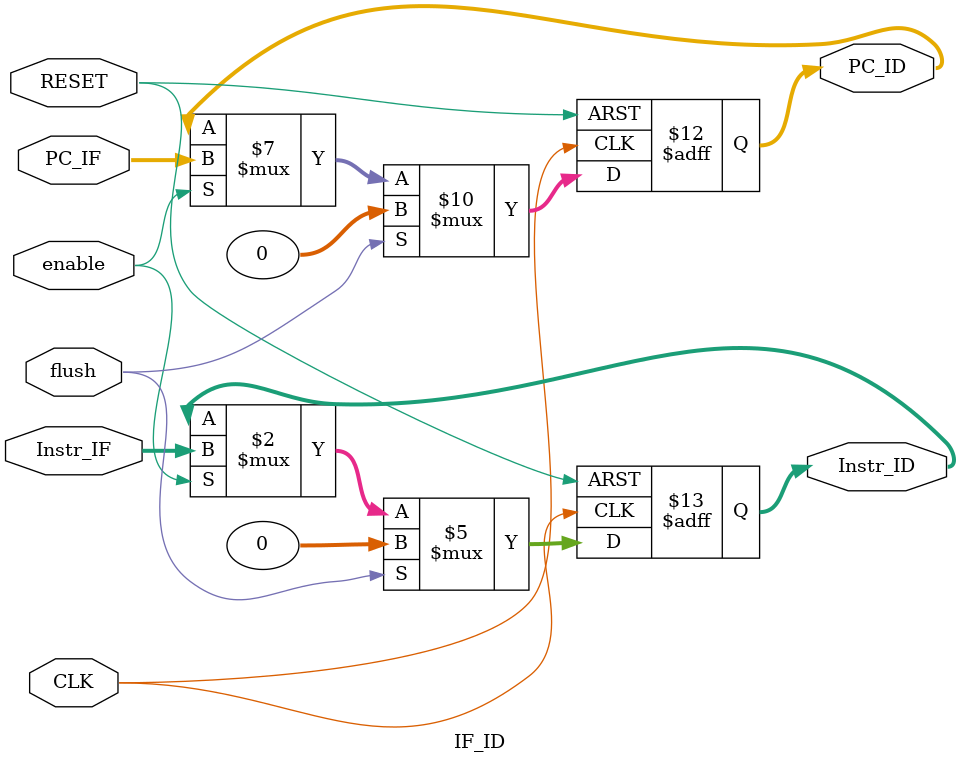
<source format=v>
`timescale 1ns / 1ps

module IF_ID(
    input CLK,
    input RESET,
    input enable,
    input flush,                 // New flush input
    input [31:0] PC_IF,
    input [31:0] Instr_IF,
    output reg [31:0] PC_ID,
    output reg [31:0] Instr_ID
);
    always @(posedge CLK or posedge RESET) begin
        if (RESET) begin
            PC_ID <= 0;
            Instr_ID <= 0;
        end else if (flush) begin
            PC_ID <= 0;
            Instr_ID <= 32'b0;    // Insert NOP
        end else if (enable) begin
            PC_ID <= PC_IF;
            Instr_ID <= Instr_IF;
        end
    end
endmodule




</source>
